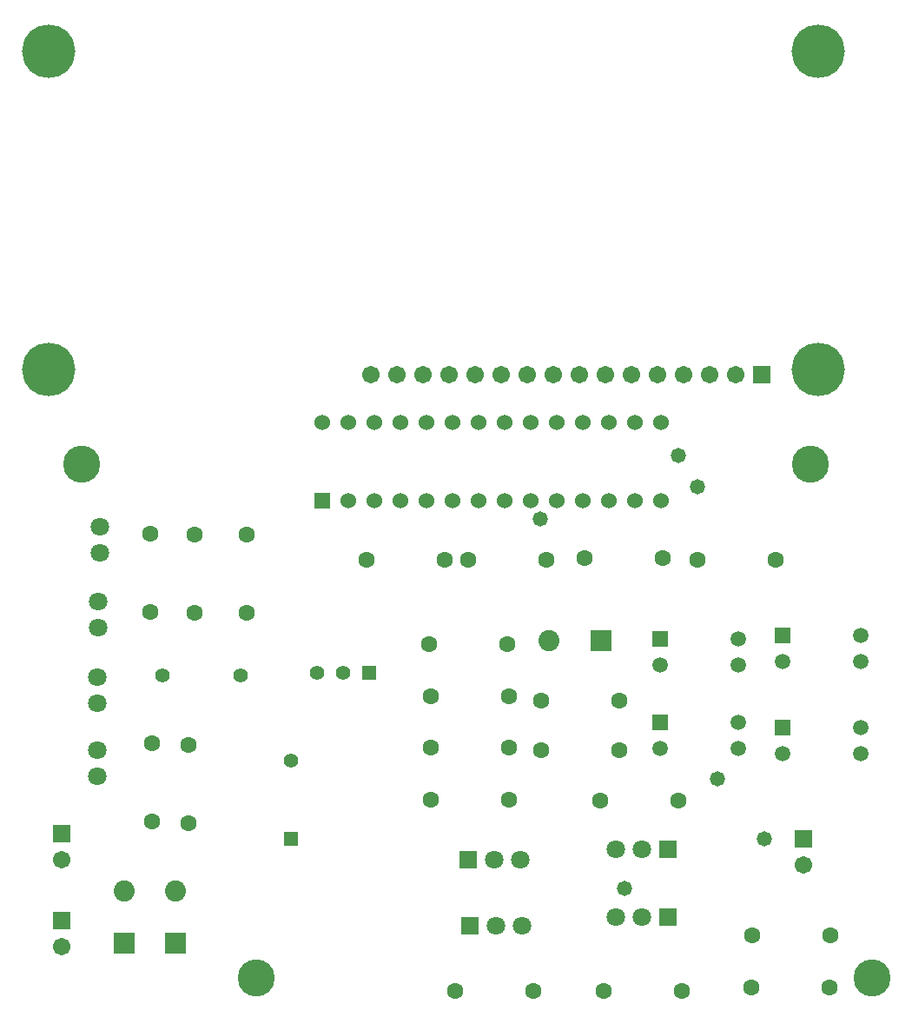
<source format=gts>
G04*
G04 #@! TF.GenerationSoftware,Altium Limited,Altium Designer,21.6.1 (37)*
G04*
G04 Layer_Color=8388736*
%FSLAX25Y25*%
%MOIN*%
G70*
G04*
G04 #@! TF.SameCoordinates,3883BF2F-BC99-4846-9409-8211DB2FD588*
G04*
G04*
G04 #@! TF.FilePolarity,Negative*
G04*
G01*
G75*
%ADD15C,0.06312*%
%ADD16C,0.14186*%
%ADD17R,0.08083X0.08083*%
%ADD18C,0.08083*%
%ADD19R,0.06706X0.06706*%
%ADD20C,0.06706*%
%ADD21C,0.07099*%
%ADD22C,0.06000*%
%ADD23R,0.06000X0.06000*%
%ADD24R,0.07099X0.07099*%
%ADD25C,0.07099*%
%ADD26C,0.05950*%
%ADD27R,0.05950X0.05950*%
%ADD28C,0.20485*%
%ADD29C,0.06737*%
%ADD30R,0.06737X0.06737*%
%ADD31R,0.05524X0.05524*%
%ADD32C,0.05524*%
%ADD33R,0.05524X0.05524*%
%ADD34R,0.08083X0.08083*%
%ADD35C,0.05800*%
D15*
X77500Y160000D02*
D03*
Y190000D02*
D03*
X199500Y180000D02*
D03*
X229500D02*
D03*
X274000Y180500D02*
D03*
X244000D02*
D03*
X281500Y14500D02*
D03*
X251500D02*
D03*
X227500Y107000D02*
D03*
X257500D02*
D03*
X185000Y88000D02*
D03*
X215000D02*
D03*
Y108000D02*
D03*
X185000D02*
D03*
X214500Y147500D02*
D03*
X184500D02*
D03*
X78000Y79500D02*
D03*
Y109500D02*
D03*
X92000Y79000D02*
D03*
Y109000D02*
D03*
X250000Y87500D02*
D03*
X280000D02*
D03*
X227500Y126000D02*
D03*
X257500D02*
D03*
X190500Y180000D02*
D03*
X160500D02*
D03*
X287500D02*
D03*
X317500D02*
D03*
X338000Y16000D02*
D03*
X308000D02*
D03*
X338500Y36000D02*
D03*
X308500D02*
D03*
X224500Y14500D02*
D03*
X194500D02*
D03*
X114500Y189500D02*
D03*
Y159500D02*
D03*
X215000Y127500D02*
D03*
X185000D02*
D03*
X94500Y189500D02*
D03*
Y159500D02*
D03*
D16*
X354331Y19685D02*
D03*
X330709Y216535D02*
D03*
X51181D02*
D03*
X118110Y19685D02*
D03*
D17*
X87000Y33000D02*
D03*
X67500D02*
D03*
D18*
X87000Y53000D02*
D03*
X67500D02*
D03*
X230500Y149000D02*
D03*
D19*
X43500Y41500D02*
D03*
Y75000D02*
D03*
X328000Y73000D02*
D03*
D20*
X43500Y31500D02*
D03*
Y65000D02*
D03*
X328000Y63000D02*
D03*
D21*
X57000Y125000D02*
D03*
Y135000D02*
D03*
Y97000D02*
D03*
Y107000D02*
D03*
X58000Y182500D02*
D03*
Y192500D02*
D03*
X57500Y154000D02*
D03*
Y164000D02*
D03*
D22*
X273500Y232500D02*
D03*
Y202500D02*
D03*
X263500Y232500D02*
D03*
Y202500D02*
D03*
X143500Y232500D02*
D03*
X153500D02*
D03*
Y202500D02*
D03*
X163500Y232500D02*
D03*
X173500D02*
D03*
X183500D02*
D03*
X193500D02*
D03*
X203500D02*
D03*
X253500D02*
D03*
X243500D02*
D03*
X233500D02*
D03*
X223500D02*
D03*
X253500Y202500D02*
D03*
X243500D02*
D03*
X233500D02*
D03*
X223500D02*
D03*
X163500D02*
D03*
X173500D02*
D03*
X183500D02*
D03*
X193500D02*
D03*
X203500D02*
D03*
X213500D02*
D03*
Y232500D02*
D03*
D23*
X143500Y202500D02*
D03*
D24*
X276000Y69000D02*
D03*
Y43000D02*
D03*
X199500Y65000D02*
D03*
X200000Y39500D02*
D03*
D25*
X266000Y69000D02*
D03*
X256000D02*
D03*
X266000Y43000D02*
D03*
X256000D02*
D03*
X209500Y65000D02*
D03*
X219500D02*
D03*
X210000Y39500D02*
D03*
X220000D02*
D03*
D26*
X303000Y117500D02*
D03*
Y107500D02*
D03*
X273000D02*
D03*
X350000Y115500D02*
D03*
Y105500D02*
D03*
X320000D02*
D03*
X350000Y151000D02*
D03*
Y141000D02*
D03*
X320000D02*
D03*
X303000Y149500D02*
D03*
Y139500D02*
D03*
X273000D02*
D03*
D27*
Y117500D02*
D03*
X320000Y115500D02*
D03*
Y151000D02*
D03*
X273000Y149500D02*
D03*
D28*
X38362Y375024D02*
D03*
X333638D02*
D03*
X38362Y252976D02*
D03*
X333638D02*
D03*
D29*
X161984Y251008D02*
D03*
X171984D02*
D03*
X181984D02*
D03*
X191984D02*
D03*
X201984D02*
D03*
X211984D02*
D03*
X221984D02*
D03*
X231984D02*
D03*
X241984D02*
D03*
X251984D02*
D03*
X261984D02*
D03*
X271984D02*
D03*
X281984D02*
D03*
X291984D02*
D03*
X301984D02*
D03*
D30*
X311984D02*
D03*
D31*
X131500Y73000D02*
D03*
D32*
Y103000D02*
D03*
X112000Y135500D02*
D03*
X82000D02*
D03*
X151500Y136500D02*
D03*
X141500D02*
D03*
D33*
X161500D02*
D03*
D34*
X250500Y149000D02*
D03*
D35*
X295000Y96000D02*
D03*
X227000Y195500D02*
D03*
X287500Y208000D02*
D03*
X280000Y220000D02*
D03*
X313000Y73000D02*
D03*
X259500Y54000D02*
D03*
M02*

</source>
